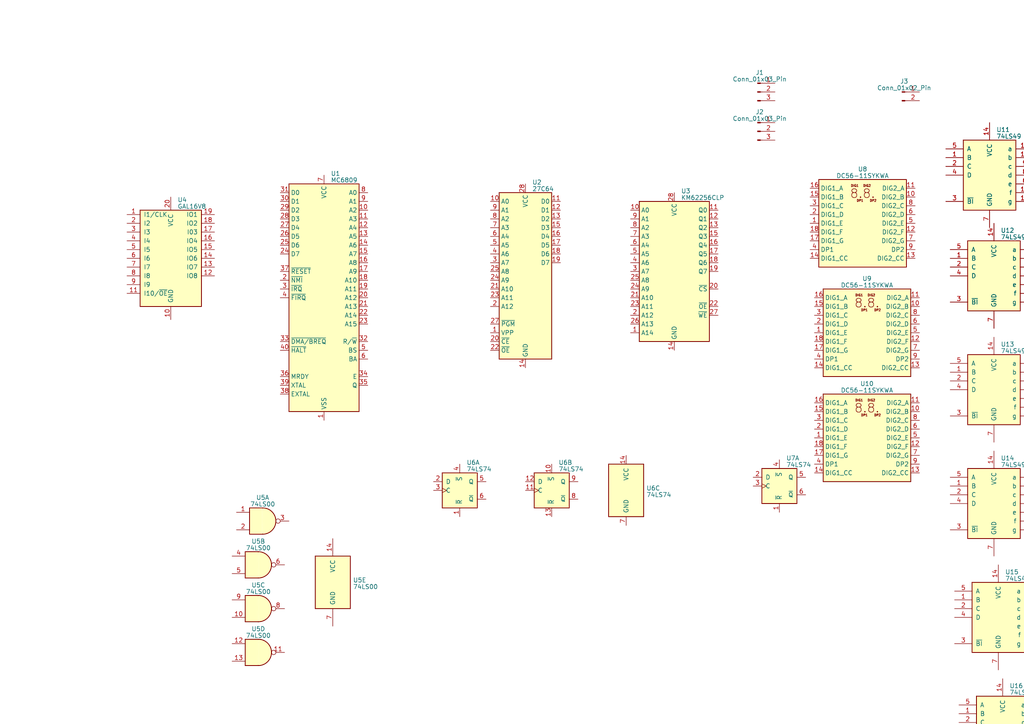
<source format=kicad_sch>
(kicad_sch (version 20230121) (generator eeschema)
  (paper "A4")
  (lib_symbols
    (symbol "74xx:74LS00" (pin_names (offset 1.016))
      (property "Reference" "U" (at 0 1.27 0))
      (property "Value" "74LS00" (at 0 -1.27 0))
      (symbol "74LS00_1_1"
        (arc (start 0 -3.81) (mid 3.7934 0) (end 0 3.81) (stroke (width 0.254)) (fill (type background)))
        (polyline (pts (xy 0 3.81) (xy -3.81 3.81) (xy -3.81 -3.81) (xy 0 -3.81)) (stroke (width 0.254)) (fill (type background)))
        (pin input line (at -7.62 2.54 0) (length 3.81) (name "~") (number "1"))
        (pin input line (at -7.62 -2.54 0) (length 3.81) (name "~") (number "2"))
        (pin output inverted (at 7.62 0 180) (length 3.81) (name "~") (number "3"))
      )
      (symbol "74LS00_1_2"
        (arc (start -3.81 -3.81) (mid -2.589 0) (end -3.81 3.81) (stroke (width 0.254)))
        (arc (start -0.6096 -3.81) (mid 2.1842 -2.5851) (end 3.81 0) (stroke (width 0.254)) (fill (type background)))
        (polyline (pts (xy -3.81 -3.81) (xy -0.635 -3.81)) (stroke (width 0.254)) (fill (type background)))
        (polyline (pts (xy -3.81 3.81) (xy -0.635 3.81)) (stroke (width 0.254)) (fill (type background)))
        (polyline (pts (xy -0.635 3.81) (xy -3.81 3.81) (xy -3.81 3.81) (xy -3.556 3.4036) (xy -3.0226 2.2606) (xy -2.6924 1.0414) (xy -2.6162 -0.254) (xy -2.7686 -1.4986) (xy -3.175 -2.7178) (xy -3.81 -3.81) (xy -3.81 -3.81) (xy -0.635 -3.81)) (stroke (width -25.4)) (fill (type background)))
        (arc (start 3.81 0) (mid 2.1915 2.5936) (end -0.6096 3.81) (stroke (width 0.254)) (fill (type background)))
        (pin input inverted (at -7.62 2.54 0) (length 4.318) (name "~") (number "1"))
        (pin input inverted (at -7.62 -2.54 0) (length 4.318) (name "~") (number "2"))
        (pin output line (at 7.62 0 180) (length 3.81) (name "~") (number "3"))
      )
      (symbol "74LS00_2_1"
        (arc (start 0 -3.81) (mid 3.7934 0) (end 0 3.81) (stroke (width 0.254)) (fill (type background)))
        (polyline (pts (xy 0 3.81) (xy -3.81 3.81) (xy -3.81 -3.81) (xy 0 -3.81)) (stroke (width 0.254)) (fill (type background)))
        (pin input line (at -7.62 2.54 0) (length 3.81) (name "~") (number "4"))
        (pin input line (at -7.62 -2.54 0) (length 3.81) (name "~") (number "5"))
        (pin output inverted (at 7.62 0 180) (length 3.81) (name "~") (number "6"))
      )
      (symbol "74LS00_2_2"
        (arc (start -3.81 -3.81) (mid -2.589 0) (end -3.81 3.81) (stroke (width 0.254)))
        (arc (start -0.6096 -3.81) (mid 2.1842 -2.5851) (end 3.81 0) (stroke (width 0.254)) (fill (type background)))
        (polyline (pts (xy -3.81 -3.81) (xy -0.635 -3.81)) (stroke (width 0.254)) (fill (type background)))
        (polyline (pts (xy -3.81 3.81) (xy -0.635 3.81)) (stroke (width 0.254)) (fill (type background)))
        (polyline (pts (xy -0.635 3.81) (xy -3.81 3.81) (xy -3.81 3.81) (xy -3.556 3.4036) (xy -3.0226 2.2606) (xy -2.6924 1.0414) (xy -2.6162 -0.254) (xy -2.7686 -1.4986) (xy -3.175 -2.7178) (xy -3.81 -3.81) (xy -3.81 -3.81) (xy -0.635 -3.81)) (stroke (width -25.4)) (fill (type background)))
        (arc (start 3.81 0) (mid 2.1915 2.5936) (end -0.6096 3.81) (stroke (width 0.254)) (fill (type background)))
        (pin input inverted (at -7.62 2.54 0) (length 4.318) (name "~") (number "4"))
        (pin input inverted (at -7.62 -2.54 0) (length 4.318) (name "~") (number "5"))
        (pin output line (at 7.62 0 180) (length 3.81) (name "~") (number "6"))
      )
      (symbol "74LS00_3_1"
        (arc (start 0 -3.81) (mid 3.7934 0) (end 0 3.81) (stroke (width 0.254)) (fill (type background)))
        (polyline (pts (xy 0 3.81) (xy -3.81 3.81) (xy -3.81 -3.81) (xy 0 -3.81)) (stroke (width 0.254)) (fill (type background)))
        (pin input line (at -7.62 -2.54 0) (length 3.81) (name "~") (number "10"))
        (pin output inverted (at 7.62 0 180) (length 3.81) (name "~") (number "8"))
        (pin input line (at -7.62 2.54 0) (length 3.81) (name "~") (number "9"))
      )
      (symbol "74LS00_3_2"
        (arc (start -3.81 -3.81) (mid -2.589 0) (end -3.81 3.81) (stroke (width 0.254)))
        (arc (start -0.6096 -3.81) (mid 2.1842 -2.5851) (end 3.81 0) (stroke (width 0.254)) (fill (type background)))
        (polyline (pts (xy -3.81 -3.81) (xy -0.635 -3.81)) (stroke (width 0.254)) (fill (type background)))
        (polyline (pts (xy -3.81 3.81) (xy -0.635 3.81)) (stroke (width 0.254)) (fill (type background)))
        (polyline (pts (xy -0.635 3.81) (xy -3.81 3.81) (xy -3.81 3.81) (xy -3.556 3.4036) (xy -3.0226 2.2606) (xy -2.6924 1.0414) (xy -2.6162 -0.254) (xy -2.7686 -1.4986) (xy -3.175 -2.7178) (xy -3.81 -3.81) (xy -3.81 -3.81) (xy -0.635 -3.81)) (stroke (width -25.4)) (fill (type background)))
        (arc (start 3.81 0) (mid 2.1915 2.5936) (end -0.6096 3.81) (stroke (width 0.254)) (fill (type background)))
        (pin input inverted (at -7.62 -2.54 0) (length 4.318) (name "~") (number "10"))
        (pin output line (at 7.62 0 180) (length 3.81) (name "~") (number "8"))
        (pin input inverted (at -7.62 2.54 0) (length 4.318) (name "~") (number "9"))
      )
      (symbol "74LS00_4_1"
        (arc (start 0 -3.81) (mid 3.7934 0) (end 0 3.81) (stroke (width 0.254)) (fill (type background)))
        (polyline (pts (xy 0 3.81) (xy -3.81 3.81) (xy -3.81 -3.81) (xy 0 -3.81)) (stroke (width 0.254)) (fill (type background)))
        (pin output inverted (at 7.62 0 180) (length 3.81) (name "~") (number "11"))
        (pin input line (at -7.62 2.54 0) (length 3.81) (name "~") (number "12"))
        (pin input line (at -7.62 -2.54 0) (length 3.81) (name "~") (number "13"))
      )
      (symbol "74LS00_4_2"
        (arc (start -3.81 -3.81) (mid -2.589 0) (end -3.81 3.81) (stroke (width 0.254)))
        (arc (start -0.6096 -3.81) (mid 2.1842 -2.5851) (end 3.81 0) (stroke (width 0.254)) (fill (type background)))
        (polyline (pts (xy -3.81 -3.81) (xy -0.635 -3.81)) (stroke (width 0.254)) (fill (type background)))
        (polyline (pts (xy -3.81 3.81) (xy -0.635 3.81)) (stroke (width 0.254)) (fill (type background)))
        (polyline (pts (xy -0.635 3.81) (xy -3.81 3.81) (xy -3.81 3.81) (xy -3.556 3.4036) (xy -3.0226 2.2606) (xy -2.6924 1.0414) (xy -2.6162 -0.254) (xy -2.7686 -1.4986) (xy -3.175 -2.7178) (xy -3.81 -3.81) (xy -3.81 -3.81) (xy -0.635 -3.81)) (stroke (width -25.4)) (fill (type background)))
        (arc (start 3.81 0) (mid 2.1915 2.5936) (end -0.6096 3.81) (stroke (width 0.254)) (fill (type background)))
        (pin output line (at 7.62 0 180) (length 3.81) (name "~") (number "11"))
        (pin input inverted (at -7.62 2.54 0) (length 4.318) (name "~") (number "12"))
        (pin input inverted (at -7.62 -2.54 0) (length 4.318) (name "~") (number "13"))
      )
      (symbol "74LS00_5_0"
        (pin power_in line (at 0 12.7 270) (length 5.08) (name "VCC") (number "14"))
        (pin power_in line (at 0 -12.7 90) (length 5.08) (name "GND") (number "7"))
      )
      (symbol "74LS00_5_1"
        (rectangle (start -5.08 7.62) (end 5.08 -7.62) (stroke (width 0.254)) (fill (type background)))
      )
    )
    (symbol "74xx:74LS49" (pin_names (offset 1.016))
      (property "Reference" "U" (at -7.62 11.43 0))
      (property "Value" "74LS49" (at -7.62 -11.43 0))
      (symbol "74LS49_1_0"
        (pin input line (at -12.7 5.08 0) (length 5.08) (name "B") (number "1"))
        (pin open_collector line (at 12.7 5.08 180) (length 5.08) (name "b") (number "10"))
        (pin open_collector line (at 12.7 7.62 180) (length 5.08) (name "a") (number "11"))
        (pin open_collector line (at 12.7 -7.62 180) (length 5.08) (name "g") (number "12"))
        (pin open_collector line (at 12.7 -5.08 180) (length 5.08) (name "f") (number "13"))
        (pin power_in line (at 0 15.24 270) (length 5.08) (name "VCC") (number "14"))
        (pin input line (at -12.7 2.54 0) (length 5.08) (name "C") (number "2"))
        (pin input line (at -12.7 -7.62 0) (length 5.08) (name "~{BI}") (number "3"))
        (pin input line (at -12.7 0 0) (length 5.08) (name "D") (number "4"))
        (pin input line (at -12.7 7.62 0) (length 5.08) (name "A") (number "5"))
        (pin open_collector line (at 12.7 -2.54 180) (length 5.08) (name "e") (number "6"))
        (pin power_in line (at 0 -15.24 90) (length 5.08) (name "GND") (number "7"))
        (pin open_collector line (at 12.7 0 180) (length 5.08) (name "d") (number "8"))
        (pin open_collector line (at 12.7 2.54 180) (length 5.08) (name "c") (number "9"))
      )
      (symbol "74LS49_1_1"
        (rectangle (start -7.62 10.16) (end 7.62 -10.16) (stroke (width 0.254)) (fill (type background)))
      )
    )
    (symbol "74xx:74LS74" (pin_names (offset 1.016))
      (property "Reference" "U" (at -7.62 8.89 0))
      (property "Value" "74LS74" (at -7.62 -8.89 0))
      (symbol "74LS74_1_0"
        (pin input line (at 0 -7.62 90) (length 2.54) (name "~{R}") (number "1"))
        (pin input line (at -7.62 2.54 0) (length 2.54) (name "D") (number "2"))
        (pin input clock (at -7.62 0 0) (length 2.54) (name "C") (number "3"))
        (pin input line (at 0 7.62 270) (length 2.54) (name "~{S}") (number "4"))
        (pin output line (at 7.62 2.54 180) (length 2.54) (name "Q") (number "5"))
        (pin output line (at 7.62 -2.54 180) (length 2.54) (name "~{Q}") (number "6"))
      )
      (symbol "74LS74_1_1"
        (rectangle (start -5.08 5.08) (end 5.08 -5.08) (stroke (width 0.254)) (fill (type background)))
      )
      (symbol "74LS74_2_0"
        (pin input line (at 0 7.62 270) (length 2.54) (name "~{S}") (number "10"))
        (pin input clock (at -7.62 0 0) (length 2.54) (name "C") (number "11"))
        (pin input line (at -7.62 2.54 0) (length 2.54) (name "D") (number "12"))
        (pin input line (at 0 -7.62 90) (length 2.54) (name "~{R}") (number "13"))
        (pin output line (at 7.62 -2.54 180) (length 2.54) (name "~{Q}") (number "8"))
        (pin output line (at 7.62 2.54 180) (length 2.54) (name "Q") (number "9"))
      )
      (symbol "74LS74_2_1"
        (rectangle (start -5.08 5.08) (end 5.08 -5.08) (stroke (width 0.254)) (fill (type background)))
      )
      (symbol "74LS74_3_0"
        (pin power_in line (at 0 10.16 270) (length 2.54) (name "VCC") (number "14"))
        (pin power_in line (at 0 -10.16 90) (length 2.54) (name "GND") (number "7"))
      )
      (symbol "74LS74_3_1"
        (rectangle (start -5.08 7.62) (end 5.08 -7.62) (stroke (width 0.254)) (fill (type background)))
      )
    )
    (symbol "CPU_NXP_6800:MC6809"
      (property "Reference" "U" (at -7.62 34.29 0))
      (property "Value" "MC6809" (at 10.16 34.29 0))
      (symbol "MC6809_0_1"
        (rectangle (start -10.16 -33.02) (end 10.16 33.02) (stroke (width 0.254)) (fill (type background)))
      )
      (symbol "MC6809_1_1"
        (pin power_in line (at 0 -35.56 90) (length 2.54) (name "VSS") (number "1"))
        (pin output line (at 12.7 25.4 180) (length 2.54) (name "A2") (number "10"))
        (pin output line (at 12.7 22.86 180) (length 2.54) (name "A3") (number "11"))
        (pin output line (at 12.7 20.32 180) (length 2.54) (name "A4") (number "12"))
        (pin output line (at 12.7 17.78 180) (length 2.54) (name "A5") (number "13"))
        (pin output line (at 12.7 15.24 180) (length 2.54) (name "A6") (number "14"))
        (pin output line (at 12.7 12.7 180) (length 2.54) (name "A7") (number "15"))
        (pin output line (at 12.7 10.16 180) (length 2.54) (name "A8") (number "16"))
        (pin output line (at 12.7 7.62 180) (length 2.54) (name "A9") (number "17"))
        (pin output line (at 12.7 5.08 180) (length 2.54) (name "A10") (number "18"))
        (pin output line (at 12.7 2.54 180) (length 2.54) (name "A11") (number "19"))
        (pin input line (at -12.7 5.08 0) (length 2.54) (name "~{NMI}") (number "2"))
        (pin output line (at 12.7 0 180) (length 2.54) (name "A12") (number "20"))
        (pin output line (at 12.7 -2.54 180) (length 2.54) (name "A13") (number "21"))
        (pin output line (at 12.7 -5.08 180) (length 2.54) (name "A14") (number "22"))
        (pin output line (at 12.7 -7.62 180) (length 2.54) (name "A15") (number "23"))
        (pin bidirectional line (at -12.7 12.7 0) (length 2.54) (name "D7") (number "24"))
        (pin bidirectional line (at -12.7 15.24 0) (length 2.54) (name "D6") (number "25"))
        (pin bidirectional line (at -12.7 17.78 0) (length 2.54) (name "D5") (number "26"))
        (pin bidirectional line (at -12.7 20.32 0) (length 2.54) (name "D4") (number "27"))
        (pin bidirectional line (at -12.7 22.86 0) (length 2.54) (name "D3") (number "28"))
        (pin bidirectional line (at -12.7 25.4 0) (length 2.54) (name "D2") (number "29"))
        (pin input line (at -12.7 2.54 0) (length 2.54) (name "~{IRQ}") (number "3"))
        (pin bidirectional line (at -12.7 27.94 0) (length 2.54) (name "D1") (number "30"))
        (pin bidirectional line (at -12.7 30.48 0) (length 2.54) (name "D0") (number "31"))
        (pin output line (at 12.7 -12.7 180) (length 2.54) (name "R/~{W}") (number "32"))
        (pin input line (at -12.7 -12.7 0) (length 2.54) (name "~{DMA/BREQ}") (number "33"))
        (pin output line (at 12.7 -22.86 180) (length 2.54) (name "E") (number "34"))
        (pin output line (at 12.7 -25.4 180) (length 2.54) (name "Q") (number "35"))
        (pin input line (at -12.7 -22.86 0) (length 2.54) (name "MRDY") (number "36"))
        (pin input line (at -12.7 7.62 0) (length 2.54) (name "~{RESET}") (number "37"))
        (pin input line (at -12.7 -27.94 0) (length 2.54) (name "EXTAL") (number "38"))
        (pin input line (at -12.7 -25.4 0) (length 2.54) (name "XTAL") (number "39"))
        (pin input line (at -12.7 0 0) (length 2.54) (name "~{FIRQ}") (number "4"))
        (pin input line (at -12.7 -15.24 0) (length 2.54) (name "~{HALT}") (number "40"))
        (pin output line (at 12.7 -15.24 180) (length 2.54) (name "BS") (number "5"))
        (pin output line (at 12.7 -17.78 180) (length 2.54) (name "BA") (number "6"))
        (pin power_in line (at 0 35.56 270) (length 2.54) (name "VCC") (number "7"))
        (pin output line (at 12.7 30.48 180) (length 2.54) (name "A0") (number "8"))
        (pin output line (at 12.7 27.94 180) (length 2.54) (name "A1") (number "9"))
      )
    )
    (symbol "Connector:Conn_01x02_Pin" (pin_names (offset 1.016) hide)
      (property "Reference" "J" (at 0 2.54 0))
      (property "Value" "Conn_01x02_Pin" (at 0 -5.08 0))
      (symbol "Conn_01x02_Pin_1_1"
        (polyline (pts (xy 1.27 -2.54) (xy 0.8636 -2.54)) (stroke (width 0.1524)))
        (polyline (pts (xy 1.27 0) (xy 0.8636 0)) (stroke (width 0.1524)))
        (rectangle (start 0.8636 -2.413) (end 0 -2.667) (stroke (width 0.1524)) (fill (type outline)))
        (rectangle (start 0.8636 0.127) (end 0 -0.127) (stroke (width 0.1524)) (fill (type outline)))
        (pin passive line (at 5.08 0 180) (length 3.81) (name "Pin_1") (number "1"))
        (pin passive line (at 5.08 -2.54 180) (length 3.81) (name "Pin_2") (number "2"))
      )
    )
    (symbol "Connector:Conn_01x03_Pin" (pin_names (offset 1.016) hide)
      (property "Reference" "J" (at 0 5.08 0))
      (property "Value" "Conn_01x03_Pin" (at 0 -5.08 0))
      (symbol "Conn_01x03_Pin_1_1"
        (polyline (pts (xy 1.27 -2.54) (xy 0.8636 -2.54)) (stroke (width 0.1524)))
        (polyline (pts (xy 1.27 0) (xy 0.8636 0)) (stroke (width 0.1524)))
        (polyline (pts (xy 1.27 2.54) (xy 0.8636 2.54)) (stroke (width 0.1524)))
        (rectangle (start 0.8636 -2.413) (end 0 -2.667) (stroke (width 0.1524)) (fill (type outline)))
        (rectangle (start 0.8636 0.127) (end 0 -0.127) (stroke (width 0.1524)) (fill (type outline)))
        (rectangle (start 0.8636 2.667) (end 0 2.413) (stroke (width 0.1524)) (fill (type outline)))
        (pin passive line (at 5.08 2.54 180) (length 3.81) (name "Pin_1") (number "1"))
        (pin passive line (at 5.08 0 180) (length 3.81) (name "Pin_2") (number "2"))
        (pin passive line (at 5.08 -2.54 180) (length 3.81) (name "Pin_3") (number "3"))
      )
    )
    (symbol "Display_Character:DC56-11SYKWA"
      (property "Reference" "U" (at -11.43 13.97 0))
      (property "Value" "DC56-11SYKWA" (at 12.065 13.97 0))
      (symbol "DC56-11SYKWA_0_0"
        (text "8.8." (at 0 8.636 0) (effects (font (size 2.54 2.54))))
        (text "DIG1" (at -2.286 10.922 0) (effects (font (size 0.635 0.635))))
        (text "DIG2" (at 1.27 10.922 0) (effects (font (size 0.635 0.635))))
        (text "DP1" (at -0.762 6.604 0) (effects (font (size 0.635 0.635))))
        (text "DP2" (at 3.048 6.604 0) (effects (font (size 0.635 0.635))))
      )
      (symbol "DC56-11SYKWA_0_1"
        (rectangle (start -12.7 12.7) (end 12.7 -12.7) (stroke (width 0.254)) (fill (type background)))
      )
      (symbol "DC56-11SYKWA_1_1"
        (pin input line (at -15.24 0 0) (length 2.54) (name "DIG1_E") (number "1"))
        (pin input line (at 15.24 7.62 180) (length 2.54) (name "DIG2_B") (number "10"))
        (pin input line (at 15.24 10.16 180) (length 2.54) (name "DIG2_A") (number "11"))
        (pin input line (at 15.24 -2.54 180) (length 2.54) (name "DIG2_F") (number "12"))
        (pin input line (at 15.24 -10.16 180) (length 2.54) (name "DIG2_CC") (number "13"))
        (pin input line (at -15.24 -10.16 0) (length 2.54) (name "DIG1_CC") (number "14"))
        (pin input line (at -15.24 7.62 0) (length 2.54) (name "DIG1_B") (number "15"))
        (pin input line (at -15.24 10.16 0) (length 2.54) (name "DIG1_A") (number "16"))
        (pin input line (at -15.24 -5.08 0) (length 2.54) (name "DIG1_G") (number "17"))
        (pin input line (at -15.24 -2.54 0) (length 2.54) (name "DIG1_F") (number "18"))
        (pin input line (at -15.24 2.54 0) (length 2.54) (name "DIG1_D") (number "2"))
        (pin input line (at -15.24 5.08 0) (length 2.54) (name "DIG1_C") (number "3"))
        (pin input line (at -15.24 -7.62 0) (length 2.54) (name "DP1") (number "4"))
        (pin input line (at 15.24 0 180) (length 2.54) (name "DIG2_E") (number "5"))
        (pin input line (at 15.24 2.54 180) (length 2.54) (name "DIG2_D") (number "6"))
        (pin input line (at 15.24 -5.08 180) (length 2.54) (name "DIG2_G") (number "7"))
        (pin input line (at 15.24 5.08 180) (length 2.54) (name "DIG2_C") (number "8"))
        (pin input line (at 15.24 -7.62 180) (length 2.54) (name "DP2") (number "9"))
      )
    )
    (symbol "Logic_Programmable:GAL16V8" (pin_names (offset 1.016))
      (property "Reference" "U" (at -8.89 16.51 0))
      (property "Value" "GAL16V8" (at 1.27 16.51 0))
      (symbol "GAL16V8_0_0"
        (pin power_in line (at 0 -17.78 90) (length 3.81) (name "GND") (number "10"))
        (pin power_in line (at 0 17.78 270) (length 3.81) (name "VCC") (number "20"))
      )
      (symbol "GAL16V8_0_1"
        (rectangle (start -8.89 13.97) (end 8.89 -13.97) (stroke (width 0.254)) (fill (type background)))
      )
      (symbol "GAL16V8_1_1"
        (pin input line (at -12.7 12.7 0) (length 3.81) (name "I1/CLK") (number "1"))
        (pin input line (at -12.7 -10.16 0) (length 3.81) (name "I10/~{OE}") (number "11"))
        (pin tri_state line (at 12.7 -5.08 180) (length 3.81) (name "IO8") (number "12"))
        (pin tri_state line (at 12.7 -2.54 180) (length 3.81) (name "IO7") (number "13"))
        (pin tri_state line (at 12.7 0 180) (length 3.81) (name "IO6") (number "14"))
        (pin tri_state line (at 12.7 2.54 180) (length 3.81) (name "IO5") (number "15"))
        (pin tri_state line (at 12.7 5.08 180) (length 3.81) (name "IO4") (number "16"))
        (pin tri_state line (at 12.7 7.62 180) (length 3.81) (name "I03") (number "17"))
        (pin tri_state line (at 12.7 10.16 180) (length 3.81) (name "IO2") (number "18"))
        (pin tri_state line (at 12.7 12.7 180) (length 3.81) (name "IO1") (number "19"))
        (pin input line (at -12.7 10.16 0) (length 3.81) (name "I2") (number "2"))
        (pin input line (at -12.7 7.62 0) (length 3.81) (name "I3") (number "3"))
        (pin input line (at -12.7 5.08 0) (length 3.81) (name "I4") (number "4"))
        (pin input line (at -12.7 2.54 0) (length 3.81) (name "I5") (number "5"))
        (pin input line (at -12.7 0 0) (length 3.81) (name "I6") (number "6"))
        (pin input line (at -12.7 -2.54 0) (length 3.81) (name "I7") (number "7"))
        (pin input line (at -12.7 -5.08 0) (length 3.81) (name "I8") (number "8"))
        (pin input line (at -12.7 -7.62 0) (length 3.81) (name "I9") (number "9"))
      )
    )
    (symbol "Memory_EPROM:27C64"
      (property "Reference" "U" (at -7.62 24.13 0))
      (property "Value" "27C64" (at 2.54 -26.67 0))
      (symbol "27C64_1_1"
        (rectangle (start -7.62 22.86) (end 7.62 -25.4) (stroke (width 0.254)) (fill (type background)))
        (pin input line (at -10.16 -17.78 0) (length 2.54) (name "VPP") (number "1"))
        (pin input line (at -10.16 20.32 0) (length 2.54) (name "A0") (number "10"))
        (pin tri_state line (at 10.16 20.32 180) (length 2.54) (name "D0") (number "11"))
        (pin tri_state line (at 10.16 17.78 180) (length 2.54) (name "D1") (number "12"))
        (pin tri_state line (at 10.16 15.24 180) (length 2.54) (name "D2") (number "13"))
        (pin power_in line (at 0 -27.94 90) (length 2.54) (name "GND") (number "14"))
        (pin tri_state line (at 10.16 12.7 180) (length 2.54) (name "D3") (number "15"))
        (pin tri_state line (at 10.16 10.16 180) (length 2.54) (name "D4") (number "16"))
        (pin tri_state line (at 10.16 7.62 180) (length 2.54) (name "D5") (number "17"))
        (pin tri_state line (at 10.16 5.08 180) (length 2.54) (name "D6") (number "18"))
        (pin tri_state line (at 10.16 2.54 180) (length 2.54) (name "D7") (number "19"))
        (pin input line (at -10.16 -10.16 0) (length 2.54) (name "A12") (number "2"))
        (pin input line (at -10.16 -20.32 0) (length 2.54) (name "~{CE}") (number "20"))
        (pin input line (at -10.16 -5.08 0) (length 2.54) (name "A10") (number "21"))
        (pin input line (at -10.16 -22.86 0) (length 2.54) (name "~{OE}") (number "22"))
        (pin input line (at -10.16 -7.62 0) (length 2.54) (name "A11") (number "23"))
        (pin input line (at -10.16 -2.54 0) (length 2.54) (name "A9") (number "24"))
        (pin input line (at -10.16 0 0) (length 2.54) (name "A8") (number "25"))
        (pin no_connect line (at 7.62 0 180) (length 2.54) hide (name "NC") (number "26"))
        (pin input line (at -10.16 -15.24 0) (length 2.54) (name "~{PGM}") (number "27"))
        (pin power_in line (at 0 25.4 270) (length 2.54) (name "VCC") (number "28"))
        (pin input line (at -10.16 2.54 0) (length 2.54) (name "A7") (number "3"))
        (pin input line (at -10.16 5.08 0) (length 2.54) (name "A6") (number "4"))
        (pin input line (at -10.16 7.62 0) (length 2.54) (name "A5") (number "5"))
        (pin input line (at -10.16 10.16 0) (length 2.54) (name "A4") (number "6"))
        (pin input line (at -10.16 12.7 0) (length 2.54) (name "A3") (number "7"))
        (pin input line (at -10.16 15.24 0) (length 2.54) (name "A2") (number "8"))
        (pin input line (at -10.16 17.78 0) (length 2.54) (name "A1") (number "9"))
      )
    )
    (symbol "Memory_RAM:KM62256CLP"
      (property "Reference" "U" (at -10.16 20.955 0))
      (property "Value" "KM62256CLP" (at 2.54 20.955 0))
      (symbol "KM62256CLP_0_0"
        (pin power_in line (at 0 -22.86 90) (length 2.54) (name "GND") (number "14"))
        (pin power_in line (at 0 22.86 270) (length 2.54) (name "VCC") (number "28"))
      )
      (symbol "KM62256CLP_0_1"
        (rectangle (start -10.16 20.32) (end 10.16 -20.32) (stroke (width 0.254)) (fill (type background)))
      )
      (symbol "KM62256CLP_1_1"
        (pin input line (at -12.7 -17.78 0) (length 2.54) (name "A14") (number "1"))
        (pin input line (at -12.7 17.78 0) (length 2.54) (name "A0") (number "10"))
        (pin tri_state line (at 12.7 17.78 180) (length 2.54) (name "Q0") (number "11"))
        (pin tri_state line (at 12.7 15.24 180) (length 2.54) (name "Q1") (number "12"))
        (pin tri_state line (at 12.7 12.7 180) (length 2.54) (name "Q2") (number "13"))
        (pin tri_state line (at 12.7 10.16 180) (length 2.54) (name "Q3") (number "15"))
        (pin tri_state line (at 12.7 7.62 180) (length 2.54) (name "Q4") (number "16"))
        (pin tri_state line (at 12.7 5.08 180) (length 2.54) (name "Q5") (number "17"))
        (pin tri_state line (at 12.7 2.54 180) (length 2.54) (name "Q6") (number "18"))
        (pin tri_state line (at 12.7 0 180) (length 2.54) (name "Q7") (number "19"))
        (pin input line (at -12.7 -12.7 0) (length 2.54) (name "A12") (number "2"))
        (pin input line (at 12.7 -5.08 180) (length 2.54) (name "~{CS}") (number "20"))
        (pin input line (at -12.7 -7.62 0) (length 2.54) (name "A10") (number "21"))
        (pin input line (at 12.7 -10.16 180) (length 2.54) (name "~{OE}") (number "22"))
        (pin input line (at -12.7 -10.16 0) (length 2.54) (name "A11") (number "23"))
        (pin input line (at -12.7 -5.08 0) (length 2.54) (name "A9") (number "24"))
        (pin input line (at -12.7 -2.54 0) (length 2.54) (name "A8") (number "25"))
        (pin input line (at -12.7 -15.24 0) (length 2.54) (name "A13") (number "26"))
        (pin input line (at 12.7 -12.7 180) (length 2.54) (name "~{WE}") (number "27"))
        (pin input line (at -12.7 0 0) (length 2.54) (name "A7") (number "3"))
        (pin input line (at -12.7 2.54 0) (length 2.54) (name "A6") (number "4"))
        (pin input line (at -12.7 5.08 0) (length 2.54) (name "A5") (number "5"))
        (pin input line (at -12.7 7.62 0) (length 2.54) (name "A4") (number "6"))
        (pin input line (at -12.7 10.16 0) (length 2.54) (name "A3") (number "7"))
        (pin input line (at -12.7 12.7 0) (length 2.54) (name "A2") (number "8"))
        (pin input line (at -12.7 15.24 0) (length 2.54) (name "A1") (number "9"))
      )
    )
  )
  (symbol (lib_id "74xx:74LS49") (at 288.29 146.05 0) (unit 1)
    (property "Reference" "U14" (at 290.2459 132.8801 0) (effects (justify left)))
    (property "Value" "74LS49" (at 290.2459 134.8011 0) (effects (justify left)))
    (property "Datasheet" "http://www.ti.com/lit/gpn/sn74ls47" (effects hide))
  )
  (symbol (lib_id "74xx:74LS49") (at 288.29 113.03 0) (unit 1)
    (property "Reference" "U13" (at 290.2459 99.8601 0) (effects (justify left)))
    (property "Value" "74LS49" (at 290.2459 101.7811 0) (effects (justify left)))
    (property "Datasheet" "http://www.ti.com/lit/gpn/sn74ls47" (effects hide))
  )
  (symbol (lib_id "Display_Character:DC56-11SYKWA") (at 250.19 64.77 0) (unit 1)
    (property "Reference" "U8" (at 250.19 49.0601 0))
    (property "Value" "DC56-11SYKWA" (at 250.19 50.9811 0))
    (property "Footprint" "Display_7Segment:DA56-11SYKWA" (effects hide))
    (property "Datasheet" "http://www.kingbright.com/attachments/file/psearch/000/00/00/DC56-11SYKWA(Ver.7A).pdf" (effects hide))
  )
  (symbol (lib_id "74xx:74LS74") (at 133.35 142.24 0) (unit 1)
    (property "Reference" "U6" (at 135.3059 134.1501 0) (effects (justify left)))
    (property "Value" "74LS74" (at 135.3059 136.0711 0) (effects (justify left)))
    (property "Datasheet" "74xx/74hc_hct74.pdf" (effects hide))
  )
  (symbol (lib_id "74xx:74LS49") (at 290.83 212.09 0) (unit 1)
    (property "Reference" "U16" (at 292.7859 198.9201 0) (effects (justify left)))
    (property "Value" "74LS49" (at 292.7859 200.8411 0) (effects (justify left)))
    (property "Datasheet" "http://www.ti.com/lit/gpn/sn74ls47" (effects hide))
  )
  (symbol (lib_id "Display_Character:DC56-11SYKWA") (at 251.46 96.52 0) (unit 1)
    (property "Reference" "U9" (at 251.46 80.8101 0))
    (property "Value" "DC56-11SYKWA" (at 251.46 82.7311 0))
    (property "Footprint" "Display_7Segment:DA56-11SYKWA" (effects hide))
    (property "Datasheet" "http://www.kingbright.com/attachments/file/psearch/000/00/00/DC56-11SYKWA(Ver.7A).pdf" (effects hide))
  )
  (symbol (lib_id "74xx:74LS49") (at 288.29 80.01 0) (unit 1)
    (property "Reference" "U12" (at 290.2459 66.8401 0) (effects (justify left)))
    (property "Value" "74LS49" (at 290.2459 68.7611 0) (effects (justify left)))
    (property "Datasheet" "http://www.ti.com/lit/gpn/sn74ls47" (effects hide))
  )
  (symbol (lib_id "74xx:74LS74") (at 226.06 140.97 0) (unit 1)
    (property "Reference" "U7" (at 228.0159 132.8801 0) (effects (justify left)))
    (property "Value" "74LS74" (at 228.0159 134.8011 0) (effects (justify left)))
    (property "Datasheet" "74xx/74hc_hct74.pdf" (effects hide))
  )
  (symbol (lib_id "74xx:74LS74") (at 181.61 142.24 0) (unit 3)
    (property "Reference" "U6" (at 187.452 141.5963 0) (effects (justify left)))
    (property "Value" "74LS74" (at 187.452 143.5173 0) (effects (justify left)))
    (property "Datasheet" "74xx/74hc_hct74.pdf" (effects hide))
  )
  (symbol (lib_id "74xx:74LS00") (at 74.93 189.23 0) (unit 4)
    (property "Reference" "U5" (at 74.9217 182.4101 0))
    (property "Value" "74LS00" (at 74.9217 184.3311 0))
    (property "Datasheet" "http://www.ti.com/lit/gpn/sn74ls00" (effects hide))
  )
  (symbol (lib_id "74xx:74LS49") (at 287.02 50.8 0) (unit 1)
    (property "Reference" "U11" (at 288.9759 37.6301 0) (effects (justify left)))
    (property "Value" "74LS49" (at 288.9759 39.5511 0) (effects (justify left)))
    (property "Datasheet" "http://www.ti.com/lit/gpn/sn74ls47" (effects hide))
  )
  (symbol (lib_id "74xx:74LS00") (at 76.2 151.13 0) (unit 1)
    (property "Reference" "U5" (at 76.1917 144.3101 0))
    (property "Value" "74LS00" (at 76.1917 146.2311 0))
    (property "Datasheet" "http://www.ti.com/lit/gpn/sn74ls00" (effects hide))
  )
  (symbol (lib_id "Memory_EPROM:27C64") (at 152.4 78.74 0) (unit 1)
    (property "Reference" "U2" (at 154.3559 52.8701 0) (effects (justify left)))
    (property "Value" "27C64" (at 154.3559 54.7911 0) (effects (justify left)))
    (property "Footprint" "Package_DIP:DIP-28_W15.24mm" (effects hide))
    (property "Datasheet" "http://ww1.microchip.com/downloads/en/DeviceDoc/11107M.pdf" (effects hide))
  )
  (symbol (lib_id "Display_Character:DC56-11SYKWA") (at 251.46 127 0) (unit 1)
    (property "Reference" "U10" (at 251.46 111.2901 0))
    (property "Value" "DC56-11SYKWA" (at 251.46 113.2111 0))
    (property "Footprint" "Display_7Segment:DA56-11SYKWA" (effects hide))
    (property "Datasheet" "http://www.kingbright.com/attachments/file/psearch/000/00/00/DC56-11SYKWA(Ver.7A).pdf" (effects hide))
  )
  (symbol (lib_id "74xx:74LS49") (at 289.56 179.07 0) (unit 1)
    (property "Reference" "U15" (at 291.5159 165.9001 0) (effects (justify left)))
    (property "Value" "74LS49" (at 291.5159 167.8211 0) (effects (justify left)))
    (property "Datasheet" "http://www.ti.com/lit/gpn/sn74ls47" (effects hide))
  )
  (symbol (lib_id "Memory_RAM:KM62256CLP") (at 195.58 78.74 0) (unit 1)
    (property "Reference" "U3" (at 197.5359 55.4101 0) (effects (justify left)))
    (property "Value" "KM62256CLP" (at 197.5359 57.3311 0) (effects (justify left)))
    (property "Footprint" "Package_DIP:DIP-28_W15.24mm" (effects hide))
    (property "Datasheet" "https://www.futurlec.com/Datasheet/Memory/62256.pdf" (effects hide))
  )
  (symbol (lib_id "74xx:74LS00") (at 74.93 176.53 0) (unit 3)
    (property "Reference" "U5" (at 74.9217 169.7101 0))
    (property "Value" "74LS00" (at 74.9217 171.6311 0))
    (property "Datasheet" "http://www.ti.com/lit/gpn/sn74ls00" (effects hide))
  )
  (symbol (lib_id "74xx:74LS00") (at 96.52 168.91 0) (unit 5)
    (property "Reference" "U5" (at 102.362 168.2663 0) (effects (justify left)))
    (property "Value" "74LS00" (at 102.362 170.1873 0) (effects (justify left)))
    (property "Datasheet" "http://www.ti.com/lit/gpn/sn74ls00" (effects hide))
  )
  (symbol (lib_id "CPU_NXP_6800:MC6809") (at 93.98 86.36 0) (unit 1)
    (property "Reference" "U1" (at 95.9359 50.3301 0) (effects (justify left)))
    (property "Value" "MC6809" (at 95.9359 52.2511 0) (effects (justify left)))
    (property "Footprint" "Package_DIP:DIP-40_W15.24mm" (effects hide))
    (property "Datasheet" "http://pdf.datasheetcatalog.com/datasheet/motorola/MC68B09S.pdf" (effects hide))
  )
  (symbol (lib_id "Logic_Programmable:GAL16V8") (at 49.53 74.93 0) (unit 1)
    (property "Reference" "U4" (at 51.4859 57.9501 0) (effects (justify left)))
    (property "Value" "GAL16V8" (at 51.4859 59.8711 0) (effects (justify left)))
  )
  (symbol (lib_id "Connector:Conn_01x03_Pin") (at 219.71 38.1 0) (unit 1)
    (property "Reference" "J2" (at 220.345 32.4739 0))
    (property "Value" "Conn_01x03_Pin" (at 220.345 34.3949 0))
  )
  (symbol (lib_id "Connector:Conn_01x02_Pin") (at 261.62 26.67 0) (unit 1)
    (property "Reference" "J3" (at 262.255 23.5839 0))
    (property "Value" "Conn_01x02_Pin" (at 262.255 25.5049 0))
  )
  (symbol (lib_id "Connector:Conn_01x03_Pin") (at 219.71 26.67 0) (unit 1)
    (property "Reference" "J1" (at 220.345 21.0439 0))
    (property "Value" "Conn_01x03_Pin" (at 220.345 22.9649 0))
  )
  (symbol (lib_id "74xx:74LS74") (at 160.02 142.24 0) (unit 2)
    (property "Reference" "U6" (at 161.9759 134.1501 0) (effects (justify left)))
    (property "Value" "74LS74" (at 161.9759 136.0711 0) (effects (justify left)))
    (property "Datasheet" "74xx/74hc_hct74.pdf" (effects hide))
  )
  (symbol (lib_id "74xx:74LS00") (at 74.93 163.83 0) (unit 2)
    (property "Reference" "U5" (at 74.9217 157.0101 0))
    (property "Value" "74LS00" (at 74.9217 158.9311 0))
    (property "Datasheet" "http://www.ti.com/lit/gpn/sn74ls00" (effects hide))
  )
)
</source>
